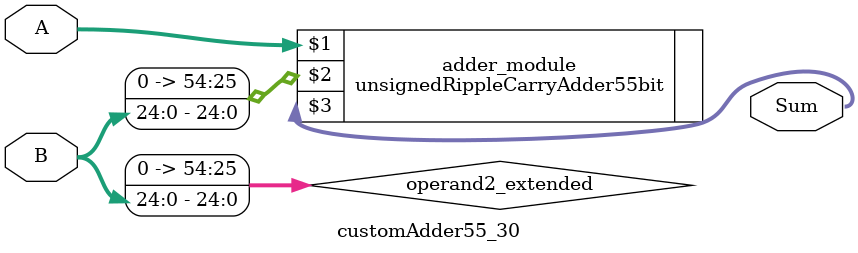
<source format=v>
module customAdder55_30(
                        input [54 : 0] A,
                        input [24 : 0] B,
                        
                        output [55 : 0] Sum
                );

        wire [54 : 0] operand2_extended;
        
        assign operand2_extended =  {30'b0, B};
        
        unsignedRippleCarryAdder55bit adder_module(
            A,
            operand2_extended,
            Sum
        );
        
        endmodule
        
</source>
